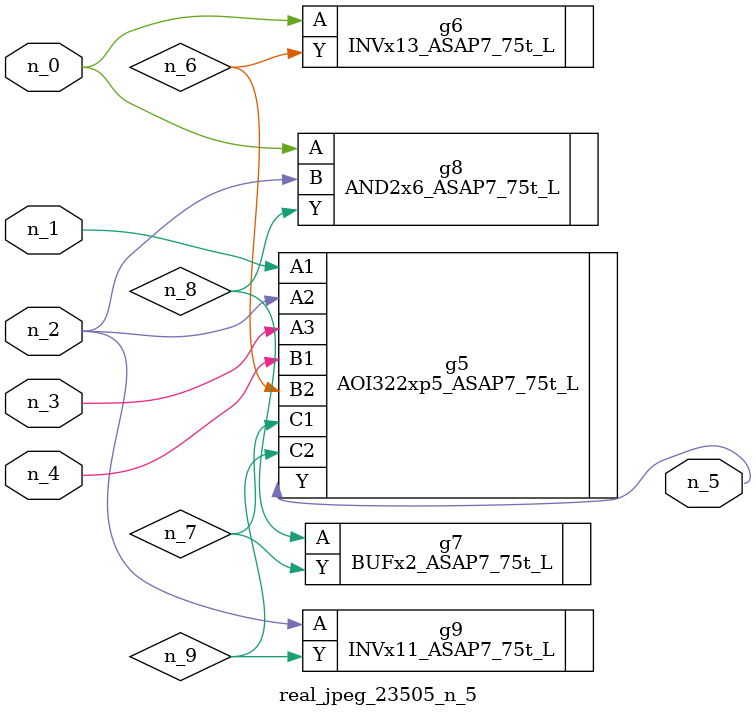
<source format=v>
module real_jpeg_23505_n_5 (n_4, n_0, n_1, n_2, n_3, n_5);

input n_4;
input n_0;
input n_1;
input n_2;
input n_3;

output n_5;

wire n_8;
wire n_6;
wire n_7;
wire n_9;

INVx13_ASAP7_75t_L g6 ( 
.A(n_0),
.Y(n_6)
);

AND2x6_ASAP7_75t_L g8 ( 
.A(n_0),
.B(n_2),
.Y(n_8)
);

AOI322xp5_ASAP7_75t_L g5 ( 
.A1(n_1),
.A2(n_2),
.A3(n_3),
.B1(n_4),
.B2(n_6),
.C1(n_7),
.C2(n_9),
.Y(n_5)
);

INVx11_ASAP7_75t_L g9 ( 
.A(n_2),
.Y(n_9)
);

BUFx2_ASAP7_75t_L g7 ( 
.A(n_8),
.Y(n_7)
);


endmodule
</source>
